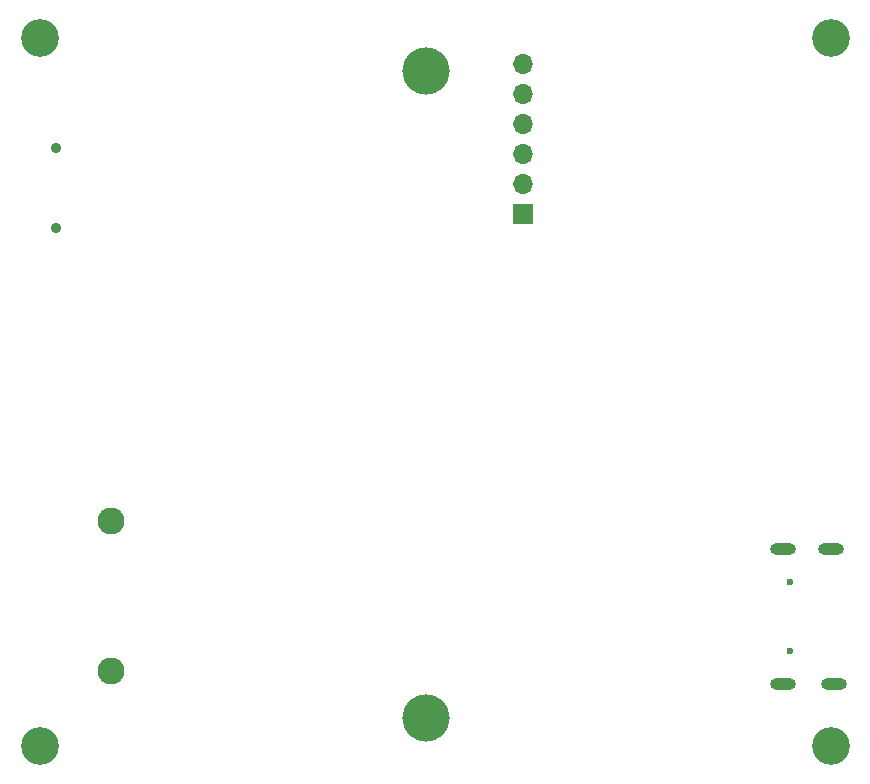
<source format=gbs>
%TF.GenerationSoftware,KiCad,Pcbnew,(6.0.7)*%
%TF.CreationDate,2022-11-21T20:08:05+01:00*%
%TF.ProjectId,Arbolito,4172626f-6c69-4746-9f2e-6b696361645f,rev?*%
%TF.SameCoordinates,Original*%
%TF.FileFunction,Soldermask,Bot*%
%TF.FilePolarity,Negative*%
%FSLAX46Y46*%
G04 Gerber Fmt 4.6, Leading zero omitted, Abs format (unit mm)*
G04 Created by KiCad (PCBNEW (6.0.7)) date 2022-11-21 20:08:05*
%MOMM*%
%LPD*%
G01*
G04 APERTURE LIST*
%ADD10C,3.200000*%
%ADD11C,0.900000*%
%ADD12C,0.600000*%
%ADD13O,2.200000X1.000000*%
%ADD14R,1.700000X1.700000*%
%ADD15O,1.700000X1.700000*%
%ADD16C,2.286000*%
%ADD17C,4.000000*%
G04 APERTURE END LIST*
D10*
%TO.C,H3*%
X175000000Y-125000000D03*
%TD*%
D11*
%TO.C,SW1*%
X109400000Y-74300000D03*
X109400000Y-81100000D03*
%TD*%
D10*
%TO.C,H2*%
X175000000Y-65000000D03*
%TD*%
D12*
%TO.C,P1*%
X171550000Y-111110000D03*
X171550000Y-116890000D03*
D13*
X175032000Y-108275019D03*
X170964308Y-108285000D03*
X170964308Y-119732365D03*
X175240000Y-119715000D03*
%TD*%
D10*
%TO.C,H4*%
X108000000Y-65000000D03*
%TD*%
D14*
%TO.C,J2*%
X148900000Y-79900000D03*
D15*
X148900000Y-77360000D03*
X148900000Y-74820000D03*
X148900000Y-72280000D03*
X148900000Y-69740000D03*
X148900000Y-67200000D03*
%TD*%
D10*
%TO.C,H1*%
X108000000Y-125000000D03*
%TD*%
D16*
%TO.C,J1*%
X114040000Y-105880000D03*
X114040000Y-118580000D03*
D17*
X140710000Y-67780000D03*
X140710000Y-122580000D03*
%TD*%
M02*

</source>
